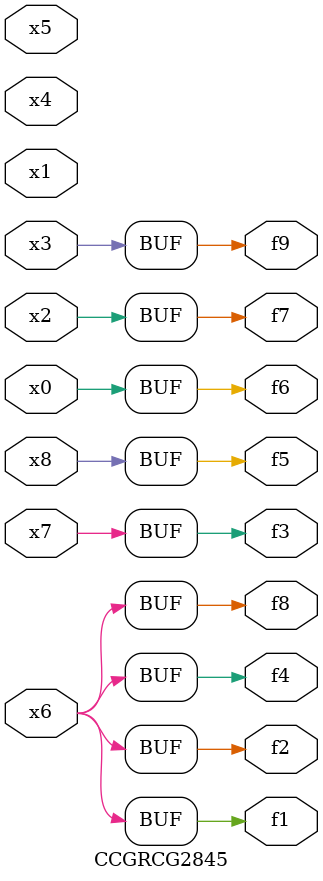
<source format=v>
module CCGRCG2845(
	input x0, x1, x2, x3, x4, x5, x6, x7, x8,
	output f1, f2, f3, f4, f5, f6, f7, f8, f9
);
	assign f1 = x6;
	assign f2 = x6;
	assign f3 = x7;
	assign f4 = x6;
	assign f5 = x8;
	assign f6 = x0;
	assign f7 = x2;
	assign f8 = x6;
	assign f9 = x3;
endmodule

</source>
